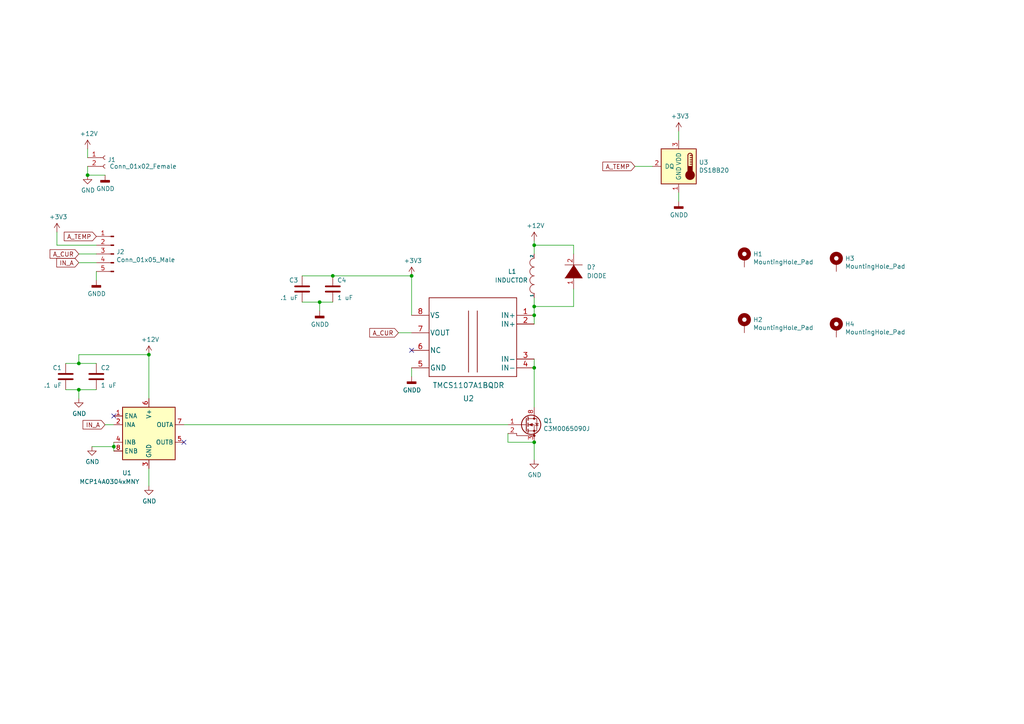
<source format=kicad_sch>
(kicad_sch (version 20211123) (generator eeschema)
  (paper "A4")
  (lib_symbols
    (symbol "Connector:Conn_01x02_Female" (pin_names (offset 1.016) hide)
      (property "Reference" "J" (at 0 2.54 0))
      (property "Value" "Conn_01x02_Female" (at 0 -5.08 0))
      (symbol "Conn_01x02_Female_1_1"
        (arc (start 0 -2.032) (mid -0.508 -2.54) (end 0 -3.048) (stroke (width 0.1524)))
        (polyline (pts (xy -1.27 -2.54) (xy -0.508 -2.54)) (stroke (width 0.1524)))
        (polyline (pts (xy -1.27 0) (xy -0.508 0)) (stroke (width 0.1524)))
        (arc (start 0 0.508) (mid -0.508 0) (end 0 -0.508) (stroke (width 0.1524)))
        (pin passive line (at -5.08 0 0) (length 3.81) (name "Pin_1") (number "1"))
        (pin passive line (at -5.08 -2.54 0) (length 3.81) (name "Pin_2") (number "2"))
      )
    )
    (symbol "Connector:Conn_01x05_Male" (pin_names (offset 1.016) hide)
      (property "Reference" "J" (at 0 7.62 0))
      (property "Value" "Conn_01x05_Male" (at 0 -7.62 0))
      (symbol "Conn_01x05_Male_1_1"
        (polyline (pts (xy 1.27 -5.08) (xy 0.8636 -5.08)) (stroke (width 0.1524)))
        (polyline (pts (xy 1.27 -2.54) (xy 0.8636 -2.54)) (stroke (width 0.1524)))
        (polyline (pts (xy 1.27 0) (xy 0.8636 0)) (stroke (width 0.1524)))
        (polyline (pts (xy 1.27 2.54) (xy 0.8636 2.54)) (stroke (width 0.1524)))
        (polyline (pts (xy 1.27 5.08) (xy 0.8636 5.08)) (stroke (width 0.1524)))
        (rectangle (start 0.8636 -4.953) (end 0 -5.207) (stroke (width 0.1524)) (fill (type outline)))
        (rectangle (start 0.8636 -2.413) (end 0 -2.667) (stroke (width 0.1524)) (fill (type outline)))
        (rectangle (start 0.8636 0.127) (end 0 -0.127) (stroke (width 0.1524)) (fill (type outline)))
        (rectangle (start 0.8636 2.667) (end 0 2.413) (stroke (width 0.1524)) (fill (type outline)))
        (rectangle (start 0.8636 5.207) (end 0 4.953) (stroke (width 0.1524)) (fill (type outline)))
        (pin passive line (at 5.08 5.08 180) (length 3.81) (name "Pin_1") (number "1"))
        (pin passive line (at 5.08 2.54 180) (length 3.81) (name "Pin_2") (number "2"))
        (pin passive line (at 5.08 0 180) (length 3.81) (name "Pin_3") (number "3"))
        (pin passive line (at 5.08 -2.54 180) (length 3.81) (name "Pin_4") (number "4"))
        (pin passive line (at 5.08 -5.08 180) (length 3.81) (name "Pin_5") (number "5"))
      )
    )
    (symbol "Device:C" (pin_numbers hide) (pin_names (offset 0.254))
      (property "Reference" "C" (at 0.635 2.54 0))
      (property "Value" "C" (at 0.635 -2.54 0))
      (symbol "C_0_1"
        (polyline (pts (xy -2.032 -0.762) (xy 2.032 -0.762)) (stroke (width 0.508)))
        (polyline (pts (xy -2.032 0.762) (xy 2.032 0.762)) (stroke (width 0.508)))
      )
      (symbol "C_1_1"
        (pin passive line (at 0 3.81 270) (length 2.794) (name "~") (number "1"))
        (pin passive line (at 0 -3.81 90) (length 2.794) (name "~") (number "2"))
      )
    )
    (symbol "Driver_FET:MCP14A0304xMNY"
      (property "Reference" "U" (at -7.62 8.89 0))
      (property "Value" "MCP14A0304xMNY" (at 1.27 8.89 0))
      (symbol "MCP14A0304xMNY_0_1"
        (rectangle (start -7.62 -7.62) (end 7.62 7.62) (stroke (width 0.254)) (fill (type background)))
      )
      (symbol "MCP14A0304xMNY_1_1"
        (pin input line (at -10.16 5.08 0) (length 2.54) (name "ENA") (number "1"))
        (pin input line (at -10.16 2.54 0) (length 2.54) (name "INA") (number "2"))
        (pin power_in line (at 0 -10.16 90) (length 2.54) (name "GND") (number "3"))
        (pin input line (at -10.16 -2.54 0) (length 2.54) (name "INB") (number "4"))
        (pin output line (at 10.16 -2.54 180) (length 2.54) (name "OUTB") (number "5"))
        (pin power_in line (at 0 10.16 270) (length 2.54) (name "V+") (number "6"))
        (pin output line (at 10.16 2.54 180) (length 2.54) (name "OUTA") (number "7"))
        (pin input line (at -10.16 -5.08 0) (length 2.54) (name "ENB") (number "8"))
        (pin passive line (at 0 -10.16 90) (length 2.54) hide (name "GND") (number "9"))
      )
    )
    (symbol "Mechanical:MountingHole_Pad" (pin_numbers hide) (pin_names (offset 1.016) hide)
      (property "Reference" "H" (at 0 6.35 0))
      (property "Value" "MountingHole_Pad" (at 0 4.445 0))
      (symbol "MountingHole_Pad_0_1"
        (circle (center 0 1.27) (radius 1.27) (stroke (width 1.27)))
      )
      (symbol "MountingHole_Pad_1_1"
        (pin input line (at 0 -2.54 90) (length 2.54) (name "1") (number "1"))
      )
    )
    (symbol "Sensor_Temperature:DS18B20" (pin_names (offset 1.016))
      (property "Reference" "U" (at -3.81 6.35 0))
      (property "Value" "DS18B20" (at 6.35 6.35 0))
      (symbol "DS18B20_0_1"
        (rectangle (start -5.08 5.08) (end 5.08 -5.08) (stroke (width 0.254)) (fill (type background)))
        (circle (center -3.302 -2.54) (radius 1.27) (stroke (width 0.254)) (fill (type outline)))
        (rectangle (start -2.667 -1.905) (end -3.937 0) (stroke (width 0.254)) (fill (type outline)))
        (arc (start -2.667 3.175) (mid -3.302 3.81) (end -3.937 3.175) (stroke (width 0.254)))
        (polyline (pts (xy -3.937 0.635) (xy -3.302 0.635)) (stroke (width 0.254)))
        (polyline (pts (xy -3.937 1.27) (xy -3.302 1.27)) (stroke (width 0.254)))
        (polyline (pts (xy -3.937 1.905) (xy -3.302 1.905)) (stroke (width 0.254)))
        (polyline (pts (xy -3.937 2.54) (xy -3.302 2.54)) (stroke (width 0.254)))
        (polyline (pts (xy -3.937 3.175) (xy -3.937 0)) (stroke (width 0.254)))
        (polyline (pts (xy -3.937 3.175) (xy -3.302 3.175)) (stroke (width 0.254)))
        (polyline (pts (xy -2.667 3.175) (xy -2.667 0)) (stroke (width 0.254)))
      )
      (symbol "DS18B20_1_1"
        (pin power_in line (at 0 -7.62 90) (length 2.54) (name "GND") (number "1"))
        (pin bidirectional line (at 7.62 0 180) (length 2.54) (name "DQ") (number "2"))
        (pin power_in line (at 0 7.62 270) (length 2.54) (name "VDD") (number "3"))
      )
    )
    (symbol "Transistor_FET:C3M0065090J" (pin_names hide)
      (property "Reference" "Q" (at 5.08 1.905 0))
      (property "Value" "C3M0065090J" (at 5.08 0 0))
      (symbol "C3M0065090J_0_1"
        (polyline (pts (xy 0.254 0) (xy -2.54 0)))
        (polyline (pts (xy 0.254 1.905) (xy 0.254 -1.905)) (stroke (width 0.254)))
        (polyline (pts (xy 0.762 -1.27) (xy 0.762 -2.286)) (stroke (width 0.254)))
        (polyline (pts (xy 0.762 0.508) (xy 0.762 -0.508)) (stroke (width 0.254)))
        (polyline (pts (xy 0.762 2.286) (xy 0.762 1.27)) (stroke (width 0.254)))
        (polyline (pts (xy 2.54 2.54) (xy 2.54 1.778)))
        (polyline (pts (xy -2.54 -2.54) (xy -2.54 -3.175) (xy 2.54 -3.175)))
        (polyline (pts (xy 2.54 -2.54) (xy 2.54 0) (xy 0.762 0)))
        (polyline (pts (xy 0.762 -1.778) (xy 3.302 -1.778) (xy 3.302 1.778) (xy 0.762 1.778)))
        (polyline (pts (xy 1.016 0) (xy 2.032 0.381) (xy 2.032 -0.381) (xy 1.016 0)) (fill (type outline)))
        (polyline (pts (xy 2.794 0.508) (xy 2.921 0.381) (xy 3.683 0.381) (xy 3.81 0.254)))
        (polyline (pts (xy 3.302 0.381) (xy 2.921 -0.254) (xy 3.683 -0.254) (xy 3.302 0.381)))
        (circle (center 1.651 0) (radius 2.794) (stroke (width 0.254)))
        (circle (center 2.54 -3.175) (radius 0.2794) (fill (type outline)))
        (circle (center 2.54 -1.778) (radius 0.254) (fill (type outline)))
        (circle (center 2.54 1.778) (radius 0.254) (fill (type outline)))
      )
      (symbol "C3M0065090J_1_1"
        (pin input line (at -5.08 0 0) (length 2.54) (name "G") (number "1"))
        (pin passive line (at -5.08 -2.54 0) (length 2.54) (name "DS") (number "2"))
        (pin passive line (at 2.54 -5.08 90) (length 2.54) (name "S") (number "3"))
        (pin passive line (at 2.54 -5.08 90) (length 2.54) hide (name "S") (number "4"))
        (pin passive line (at 2.54 -5.08 90) (length 2.54) hide (name "S") (number "5"))
        (pin passive line (at 2.54 -5.08 90) (length 2.54) hide (name "S") (number "6"))
        (pin passive line (at 2.54 -5.08 90) (length 2.54) hide (name "S") (number "7"))
        (pin passive line (at 2.54 5.08 270) (length 2.54) (name "D") (number "8"))
      )
    )
    (symbol "maghand-rescue:TMCS1107A1BQDR-TMCS1107" (pin_names (offset 0.254))
      (property "Reference" "U" (at 0 2.54 0))
      (property "Value" "TMCS1107A1BQDR-TMCS1107" (at 0 0 0))
      (symbol "TMCS1107A1BQDR-TMCS1107_1_1"
        (polyline (pts (xy 5.08 -17.78) (xy 30.48 -17.78)) (stroke (width 0.2032)))
        (polyline (pts (xy 5.08 5.08) (xy 5.08 -17.78)) (stroke (width 0.2032)))
        (polyline (pts (xy 16.51 1.27) (xy 16.51 -16.51)) (stroke (width 0.2032)))
        (polyline (pts (xy 19.05 1.27) (xy 19.05 -16.51)) (stroke (width 0.2032)))
        (polyline (pts (xy 30.48 -17.78) (xy 30.48 5.08)) (stroke (width 0.2032)))
        (polyline (pts (xy 30.48 5.08) (xy 5.08 5.08)) (stroke (width 0.2032)))
        (pin unspecified line (at 0 0 0) (length 5.08) (name "IN+") (number "1"))
        (pin unspecified line (at 0 -2.54 0) (length 5.08) (name "IN+") (number "2"))
        (pin unspecified line (at 0 -12.7 0) (length 5.08) (name "IN-") (number "3"))
        (pin unspecified line (at 0 -15.24 0) (length 5.08) (name "IN-") (number "4"))
        (pin power_in line (at 35.56 -15.24 180) (length 5.08) (name "GND") (number "5"))
        (pin unspecified line (at 35.56 -10.16 180) (length 5.08) (name "NC") (number "6"))
        (pin unspecified line (at 35.56 -5.08 180) (length 5.08) (name "VOUT") (number "7"))
        (pin power_in line (at 35.56 0 180) (length 5.08) (name "VS") (number "8"))
      )
    )
    (symbol "power:+12V" (power) (pin_names (offset 0))
      (property "Value" "+12V" (at 0 3.556 0))
      (symbol "+12V_0_1"
        (polyline (pts (xy -0.762 1.27) (xy 0 2.54)))
        (polyline (pts (xy 0 0) (xy 0 2.54)))
        (polyline (pts (xy 0 2.54) (xy 0.762 1.27)))
      )
      (symbol "+12V_1_1"
        (pin power_in line (at 0 0 90) (length 0) hide (name "+12V") (number "1"))
      )
    )
    (symbol "power:+3V3" (power) (pin_names (offset 0))
      (property "Value" "+3V3" (at 0 3.556 0))
      (symbol "+3V3_0_1"
        (polyline (pts (xy -0.762 1.27) (xy 0 2.54)))
        (polyline (pts (xy 0 0) (xy 0 2.54)))
        (polyline (pts (xy 0 2.54) (xy 0.762 1.27)))
      )
      (symbol "+3V3_1_1"
        (pin power_in line (at 0 0 90) (length 0) hide (name "+3V3") (number "1"))
      )
    )
    (symbol "power:GND" (power) (pin_names (offset 0))
      (property "Value" "GND" (at 0 -3.81 0))
      (symbol "GND_0_1"
        (polyline (pts (xy 0 0) (xy 0 -1.27) (xy 1.27 -1.27) (xy 0 -2.54) (xy -1.27 -1.27) (xy 0 -1.27)))
      )
      (symbol "GND_1_1"
        (pin power_in line (at 0 0 270) (length 0) hide (name "GND") (number "1"))
      )
    )
    (symbol "power:GNDD" (power) (pin_names (offset 0))
      (property "Value" "GNDD" (at 0 -3.175 0))
      (symbol "GNDD_0_1"
        (rectangle (start -1.27 -1.524) (end 1.27 -2.032) (stroke (width 0.254)) (fill (type outline)))
        (polyline (pts (xy 0 0) (xy 0 -1.524)))
      )
      (symbol "GNDD_1_1"
        (pin power_in line (at 0 0 270) (length 0) hide (name "GNDD") (number "1"))
      )
    )
    (symbol "pspice:DIODE" (pin_names (offset 1.016) hide)
      (property "Reference" "D" (at 0 3.81 0))
      (property "Value" "DIODE" (at 0 -4.445 0))
      (symbol "DIODE_0_1"
        (polyline (pts (xy 1.905 2.54) (xy 1.905 -2.54)))
        (polyline (pts (xy -1.905 2.54) (xy -1.905 -2.54) (xy 1.905 0)) (fill (type outline)))
      )
      (symbol "DIODE_1_1"
        (pin input line (at -5.08 0 0) (length 3.81) (name "K") (number "1"))
        (pin input line (at 5.08 0 180) (length 3.81) (name "A") (number "2"))
      )
    )
    (symbol "pspice:INDUCTOR" (pin_numbers hide) (pin_names (offset 0))
      (property "Reference" "L" (at 0 2.54 0))
      (property "Value" "INDUCTOR" (at 0 -1.27 0))
      (symbol "INDUCTOR_0_1"
        (arc (start -2.54 0) (mid -3.81 1.27) (end -5.08 0))
        (arc (start 0 0) (mid -1.27 1.27) (end -2.54 0))
        (arc (start 2.54 0) (mid 1.27 1.27) (end 0 0))
        (arc (start 5.08 0) (mid 3.81 1.27) (end 2.54 0))
      )
      (symbol "INDUCTOR_1_1"
        (pin input line (at -6.35 0 0) (length 1.27) (name "1") (number "1"))
        (pin input line (at 6.35 0 180) (length 1.27) (name "2") (number "2"))
      )
    )
  )
  (junction (at 154.94 128.27))
  (junction (at 119.38 80.01))
  (junction (at 154.94 88.9))
  (junction (at 43.18 102.87))
  (junction (at 154.94 71.12))
  (junction (at 25.4 50.8))
  (junction (at 92.71 87.63))
  (junction (at 154.94 91.44))
  (junction (at 22.86 113.03))
  (junction (at 22.86 105.41))
  (junction (at 154.94 106.68))
  (junction (at 33.02 129.54))
  (junction (at 96.52 80.01))
  (no_connect (at 119.38 101.6))
  (no_connect (at 33.02 120.65))
  (no_connect (at 53.34 128.27))
  (wire (pts (xy 26.67 129.54) (xy 33.02 129.54)))
  (wire (pts (xy 43.18 102.87) (xy 43.18 115.57)))
  (wire (pts (xy 166.37 71.12) (xy 154.94 71.12)))
  (wire (pts (xy 154.94 91.44) (xy 154.94 88.9)))
  (wire (pts (xy 184.15 48.26) (xy 189.23 48.26)))
  (wire (pts (xy 22.86 115.57) (xy 22.86 113.03)))
  (wire (pts (xy 96.52 87.63) (xy 92.71 87.63)))
  (wire (pts (xy 16.51 67.31) (xy 16.51 71.12)))
  (wire (pts (xy 147.32 125.73) (xy 147.32 128.27)))
  (wire (pts (xy 154.94 71.12) (xy 154.94 73.66)))
  (wire (pts (xy 166.37 83.82) (xy 166.37 88.9)))
  (wire (pts (xy 92.71 87.63) (xy 92.71 90.17)))
  (wire (pts (xy 33.02 129.54) (xy 33.02 128.27)))
  (wire (pts (xy 154.94 88.9) (xy 154.94 86.36)))
  (wire (pts (xy 22.86 113.03) (xy 19.05 113.03)))
  (wire (pts (xy 196.85 55.88) (xy 196.85 58.42)))
  (wire (pts (xy 19.05 105.41) (xy 22.86 105.41)))
  (wire (pts (xy 119.38 80.01) (xy 119.38 91.44)))
  (wire (pts (xy 92.71 87.63) (xy 87.63 87.63)))
  (wire (pts (xy 147.32 128.27) (xy 154.94 128.27)))
  (wire (pts (xy 22.86 73.66) (xy 27.94 73.66)))
  (wire (pts (xy 115.57 96.52) (xy 119.38 96.52)))
  (wire (pts (xy 154.94 104.14) (xy 154.94 106.68)))
  (wire (pts (xy 154.94 106.68) (xy 154.94 118.11)))
  (wire (pts (xy 96.52 80.01) (xy 119.38 80.01)))
  (wire (pts (xy 25.4 48.26) (xy 25.4 50.8)))
  (wire (pts (xy 27.94 76.2) (xy 22.86 76.2)))
  (wire (pts (xy 30.48 123.19) (xy 33.02 123.19)))
  (wire (pts (xy 196.85 38.1) (xy 196.85 40.64)))
  (wire (pts (xy 33.02 130.81) (xy 33.02 129.54)))
  (wire (pts (xy 87.63 80.01) (xy 96.52 80.01)))
  (wire (pts (xy 119.38 106.68) (xy 119.38 109.22)))
  (wire (pts (xy 154.94 93.98) (xy 154.94 91.44)))
  (wire (pts (xy 22.86 105.41) (xy 27.94 105.41)))
  (wire (pts (xy 154.94 69.85) (xy 154.94 71.12)))
  (wire (pts (xy 27.94 113.03) (xy 22.86 113.03)))
  (wire (pts (xy 22.86 102.87) (xy 43.18 102.87)))
  (wire (pts (xy 22.86 102.87) (xy 22.86 105.41)))
  (wire (pts (xy 25.4 43.18) (xy 25.4 45.72)))
  (wire (pts (xy 166.37 88.9) (xy 154.94 88.9)))
  (wire (pts (xy 16.51 71.12) (xy 27.94 71.12)))
  (wire (pts (xy 27.94 81.28) (xy 27.94 78.74)))
  (wire (pts (xy 43.18 135.89) (xy 43.18 140.97)))
  (wire (pts (xy 30.48 50.8) (xy 25.4 50.8)))
  (wire (pts (xy 147.32 123.19) (xy 53.34 123.19)))
  (wire (pts (xy 154.94 128.27) (xy 154.94 133.35)))
  (wire (pts (xy 166.37 73.66) (xy 166.37 71.12)))
  (global_label "IN_A" (shape input) (at 22.86 76.2 180) (property "Intersheet References" "${INTERSHEET_REFS}" (effects hide)))
  (global_label "A_TEMP" (shape input) (at 27.94 68.58 180) (property "Intersheet References" "${INTERSHEET_REFS}" (effects hide)))
  (global_label "A_TEMP" (shape input) (at 184.15 48.26 180) (property "Intersheet References" "${INTERSHEET_REFS}" (effects hide)))
  (global_label "IN_A" (shape input) (at 30.48 123.19 180) (property "Intersheet References" "${INTERSHEET_REFS}" (effects hide)))
  (global_label "A_CUR" (shape input) (at 22.86 73.66 180) (property "Intersheet References" "${INTERSHEET_REFS}" (effects hide)))
  (global_label "A_CUR" (shape input) (at 115.57 96.52 180) (property "Intersheet References" "${INTERSHEET_REFS}" (effects hide)))
  (symbol (lib_id "Driver_FET:MCP14A0304xMNY") (at 43.18 125.73 0) (unit 1)
    (property "Reference" "U1" (at 36.83 137.16 0))
    (property "Value" "MCP14A0304xMNY" (at 31.75 139.7 0))
    (property "Footprint" "Package_SO:SO-8_3.9x4.9mm_P1.27mm" (effects hide))
    (property "Datasheet" "http://ww1.microchip.com/downloads/en/DeviceDoc/MCP14A0303_4_5-Data-Sheet-20006046A.pdf" (effects hide))
  )
  (symbol (lib_id "power:GND") (at 43.18 140.97 0) (unit 1)
    (property "Reference" "#PWR08" (effects hide))
    (property "Value" "GND" (at 43.307 145.3642 0))
  )
  (symbol (lib_id "power:+12V") (at 43.18 102.87 0) (unit 1)
    (property "Reference" "#PWR07" (effects hide))
    (property "Value" "+12V" (at 43.561 98.4758 0))
  )
  (symbol (lib_id "Device:C") (at 19.05 109.22 0) (unit 1)
    (property "Reference" "C1" (at 15.24 106.68 0) (effects (justify left)))
    (property "Value" ".1 uF" (at 12.7 111.76 0) (effects (justify left)))
    (property "Footprint" "Capacitor_SMD:C_0805_2012Metric_Pad1.15x1.40mm_HandSolder" (effects hide))
  )
  (symbol (lib_id "Device:C") (at 27.94 109.22 0) (unit 1)
    (property "Reference" "C2" (at 29.21 106.68 0) (effects (justify left)))
    (property "Value" "1 uF" (at 29.21 111.76 0) (effects (justify left)))
    (property "Footprint" "Capacitor_SMD:C_0805_2012Metric_Pad1.15x1.40mm_HandSolder" (effects hide))
  )
  (symbol (lib_id "power:GND") (at 22.86 115.57 0) (unit 1)
    (property "Reference" "#PWR01" (effects hide))
    (property "Value" "GND" (at 22.987 119.9642 0))
  )
  (symbol (lib_id "Transistor_FET:C3M0065090J") (at 152.4 123.19 0) (unit 1)
    (property "Reference" "Q1" (at 157.5816 122.0216 0) (effects (justify left)))
    (property "Value" "C3M0065090J" (at 157.5816 124.333 0) (effects (justify left)))
    (property "Footprint" "Package_TO_SOT_SMD:TO-263-7_TabPin8" (effects hide))
    (property "Datasheet" "https://www.wolfspeed.com/media/downloads/145/C3M0065090J.pdf" (effects hide))
  )
  (symbol (lib_id "power:GND") (at 154.94 133.35 0) (unit 1)
    (property "Reference" "#PWR013" (effects hide))
    (property "Value" "GND" (at 155.067 137.7442 0))
  )
  (symbol (lib_id "power:+12V") (at 154.94 69.85 0) (unit 1)
    (property "Reference" "#PWR012" (effects hide))
    (property "Value" "+12V" (at 155.321 65.4558 0))
  )
  (symbol (lib_id "pspice:INDUCTOR") (at 154.94 80.01 90) (unit 1)
    (property "Reference" "L1" (at 147.32 78.74 90) (effects (justify right)))
    (property "Value" "INDUCTOR" (at 143.51 81.28 90) (effects (justify right)))
    (property "Footprint" "te:2x6mmsquare" (effects hide))
  )
  (symbol (lib_id "power:+3V3") (at 119.38 80.01 0) (unit 1)
    (property "Reference" "#PWR010" (effects hide))
    (property "Value" "+3V3" (at 119.761 75.6158 0))
  )
  (symbol (lib_id "power:GNDD") (at 119.38 109.22 0) (unit 1)
    (property "Reference" "#PWR011" (effects hide))
    (property "Value" "GNDD" (at 119.4816 113.157 0))
  )
  (symbol (lib_id "Device:C") (at 87.63 83.82 0) (unit 1)
    (property "Reference" "C3" (at 83.82 81.28 0) (effects (justify left)))
    (property "Value" ".1 uF" (at 81.28 86.36 0) (effects (justify left)))
    (property "Footprint" "Capacitor_SMD:C_0805_2012Metric_Pad1.15x1.40mm_HandSolder" (effects hide))
  )
  (symbol (lib_id "Device:C") (at 96.52 83.82 0) (unit 1)
    (property "Reference" "C4" (at 97.79 81.28 0) (effects (justify left)))
    (property "Value" "1 uF" (at 97.79 86.36 0) (effects (justify left)))
    (property "Footprint" "Capacitor_SMD:C_0805_2012Metric_Pad1.15x1.40mm_HandSolder" (effects hide))
  )
  (symbol (lib_id "power:GNDD") (at 92.71 90.17 0) (unit 1)
    (property "Reference" "#PWR09" (effects hide))
    (property "Value" "GNDD" (at 92.8116 94.107 0))
  )
  (symbol (lib_id "maghand-rescue:TMCS1107A1BQDR-TMCS1107") (at 154.94 91.44 0) (mirror y) (unit 1)
    (property "Reference" "U2" (at 135.89 115.57 0) (effects (font (size 1.524 1.524))))
    (property "Value" "TMCS1107A1BQDR" (at 135.89 111.76 0) (effects (font (size 1.524 1.524))))
    (property "Footprint" "Package_SO:SOIC-8_3.9x4.9mm_P1.27mm" (effects hide))
  )
  (symbol (lib_id "Connector:Conn_01x02_Female") (at 30.48 45.72 0) (unit 1)
    (property "Reference" "J1" (at 31.1912 46.3296 0) (effects (justify left)))
    (property "Value" "Conn_01x02_Female" (at 31.75 48.26 0) (effects (justify left)))
    (property "Footprint" "te:2x6mmsquare" (effects hide))
  )
  (symbol (lib_id "power:+12V") (at 25.4 43.18 0) (unit 1)
    (property "Reference" "#PWR02" (effects hide))
    (property "Value" "+12V" (at 25.781 38.7858 0))
  )
  (symbol (lib_id "power:GND") (at 25.4 50.8 0) (unit 1)
    (property "Reference" "#PWR03" (effects hide))
    (property "Value" "GND" (at 25.527 55.1942 0))
  )
  (symbol (lib_id "Sensor_Temperature:DS18B20") (at 196.85 48.26 0) (mirror y) (unit 1)
    (property "Reference" "U3" (at 202.692 47.0916 0) (effects (justify right)))
    (property "Value" "DS18B20" (at 202.692 49.403 0) (effects (justify right)))
    (property "Footprint" "Connector_PinSocket_2.54mm:PinSocket_1x03_P2.54mm_Vertical" (effects hide))
    (property "Datasheet" "http://datasheets.maximintegrated.com/en/ds/DS18B20.pdf" (effects hide))
  )
  (symbol (lib_id "power:+3V3") (at 196.85 38.1 0) (unit 1)
    (property "Reference" "#PWR014" (effects hide))
    (property "Value" "+3V3" (at 197.231 33.7058 0))
  )
  (symbol (lib_id "power:GNDD") (at 196.85 58.42 0) (unit 1)
    (property "Reference" "#PWR015" (effects hide))
    (property "Value" "GNDD" (at 196.9516 62.357 0))
  )
  (symbol (lib_id "power:GNDD") (at 27.94 81.28 0) (unit 1)
    (property "Reference" "#PWR05" (effects hide))
    (property "Value" "GNDD" (at 28.0416 85.217 0))
  )
  (symbol (lib_id "power:+3V3") (at 16.51 67.31 0) (unit 1)
    (property "Reference" "#PWR04" (effects hide))
    (property "Value" "+3V3" (at 16.891 62.9158 0))
  )
  (symbol (lib_id "Mechanical:MountingHole_Pad") (at 215.9 74.93 0) (unit 1)
    (property "Reference" "H1" (at 218.44 73.6854 0) (effects (justify left)))
    (property "Value" "MountingHole_Pad" (at 218.44 75.9968 0) (effects (justify left)))
    (property "Footprint" "MountingHole:MountingHole_3.2mm_M3" (effects hide))
  )
  (symbol (lib_id "power:GNDD") (at 30.48 50.8 0) (unit 1)
    (property "Reference" "#PWR06" (effects hide))
    (property "Value" "GNDD" (at 30.5816 54.737 0))
  )
  (symbol (lib_id "Mechanical:MountingHole_Pad") (at 242.57 76.2 0) (unit 1)
    (property "Reference" "H3" (at 245.11 74.9554 0) (effects (justify left)))
    (property "Value" "MountingHole_Pad" (at 245.11 77.2668 0) (effects (justify left)))
    (property "Footprint" "MountingHole:MountingHole_3.2mm_M3" (effects hide))
  )
  (symbol (lib_id "Mechanical:MountingHole_Pad") (at 215.9 93.98 0) (unit 1)
    (property "Reference" "H2" (at 218.44 92.7354 0) (effects (justify left)))
    (property "Value" "MountingHole_Pad" (at 218.44 95.0468 0) (effects (justify left)))
    (property "Footprint" "MountingHole:MountingHole_3.2mm_M3" (effects hide))
  )
  (symbol (lib_id "Mechanical:MountingHole_Pad") (at 242.57 95.25 0) (unit 1)
    (property "Reference" "H4" (at 245.11 94.0054 0) (effects (justify left)))
    (property "Value" "MountingHole_Pad" (at 245.11 96.3168 0) (effects (justify left)))
    (property "Footprint" "MountingHole:MountingHole_3.2mm_M3" (effects hide))
  )
  (symbol (lib_id "Connector:Conn_01x05_Male") (at 33.02 73.66 0) (mirror y) (unit 1)
    (property "Reference" "J2" (at 33.7312 73.0504 0) (effects (justify right)))
    (property "Value" "Conn_01x05_Male" (at 33.7312 75.3618 0) (effects (justify right)))
    (property "Footprint" "Connector_PinSocket_2.54mm:PinSocket_1x05_P2.54mm_Vertical" (effects hide))
  )
  (symbol (lib_id "power:GND") (at 26.67 129.54 0) (unit 1)
    (property "Reference" "#PWR0101" (effects hide))
    (property "Value" "GND" (at 26.797 133.9342 0))
  )
  (symbol (lib_id "pspice:DIODE") (at 166.37 78.74 90) (unit 1)
    (property "Reference" "D?" (at 170.18 77.4699 90) (effects (justify right)))
    (property "Value" "DIODE" (at 170.18 80.0099 90) (effects (justify right)))
  )
)
</source>
